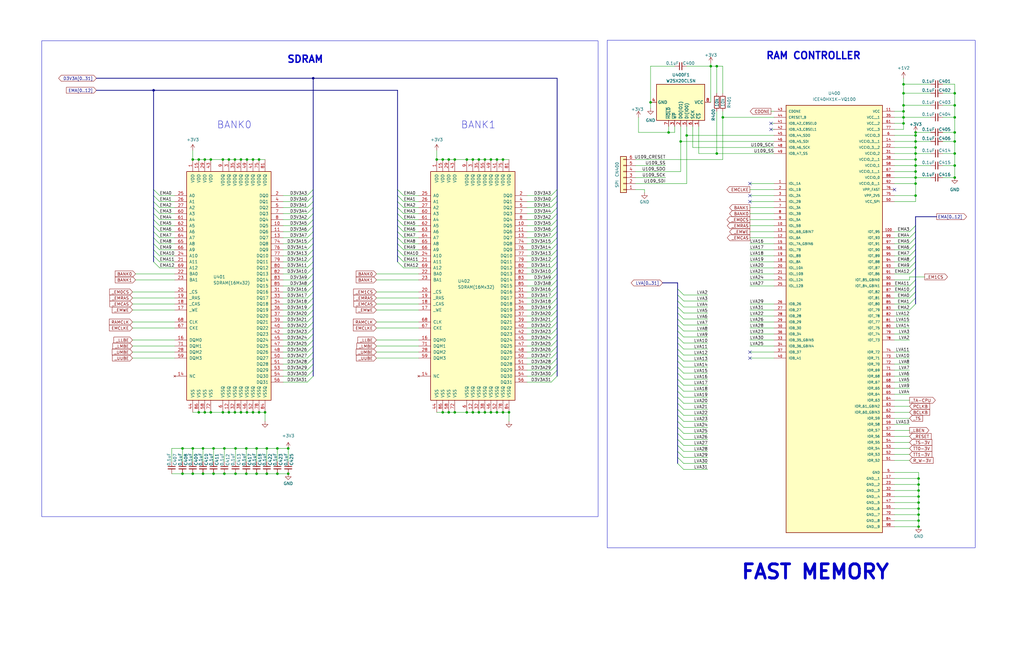
<source format=kicad_sch>
(kicad_sch (version 20231120) (generator "eeschema") (generator_version "8.0")
  (paper "B")
  (title_block (title "AmigaPCI 68040") (date "2024-07-18") (rev "3.0"))
  (junction (at 304.8 49.53))
  (junction (at 386.08 55.88))
  (junction (at 214.63 173.99))
  (junction (at 90.043 199.898))
  (junction (at 386.08 62.23))
  (junction (at 186.69 67.31))
  (junction (at 281.94 55.88))
  (junction (at 199.39 173.99))
  (junction (at 387.35 209.55))
  (junction (at 112.522 189.23))
  (junction (at 212.09 173.99))
  (junction (at 402.59 69.85))
  (junction (at 81.28 189.23))
  (junction (at 402.59 39.37))
  (junction (at 111.76 173.99))
  (junction (at 101.6 173.99))
  (junction (at 274.32 43.18))
  (junction (at 184.15 67.31))
  (junction (at 83.82 173.99))
  (junction (at 386.08 67.31))
  (junction (at 204.47 67.31))
  (junction (at 88.9 67.31))
  (junction (at 201.93 173.99))
  (junction (at 96.52 173.99))
  (junction (at 381 35.56))
  (junction (at 207.01 67.31))
  (junction (at 93.98 173.99))
  (junction (at 209.55 173.99))
  (junction (at 81.28 199.898))
  (junction (at 108.204 189.23))
  (junction (at 386.08 64.77))
  (junction (at 189.23 67.31))
  (junction (at 299.72 27.94))
  (junction (at 381 52.07))
  (junction (at 116.967 199.898))
  (junction (at 207.01 173.99))
  (junction (at 64.77 38.1))
  (junction (at 88.9 173.99))
  (junction (at 302.26 64.77))
  (junction (at 94.615 189.23))
  (junction (at 85.598 189.23))
  (junction (at 94.615 199.898))
  (junction (at 201.93 67.31))
  (junction (at 108.204 199.898))
  (junction (at 93.98 67.31))
  (junction (at 387.35 219.71))
  (junction (at 196.85 173.99))
  (junction (at 386.08 59.69))
  (junction (at 189.23 173.99))
  (junction (at 402.59 64.77))
  (junction (at 106.68 173.99))
  (junction (at 402.59 49.53))
  (junction (at 204.47 173.99))
  (junction (at 76.962 199.898))
  (junction (at 289.56 57.15))
  (junction (at 90.043 189.23))
  (junction (at 99.314 189.23))
  (junction (at 121.539 199.898))
  (junction (at 302.26 27.94))
  (junction (at 387.35 207.01))
  (junction (at 199.39 67.31))
  (junction (at 386.08 82.55))
  (junction (at 381 39.37))
  (junction (at 386.08 69.85))
  (junction (at 121.539 189.23))
  (junction (at 191.77 173.99))
  (junction (at 109.22 67.31))
  (junction (at 76.962 189.23))
  (junction (at 104.14 67.31))
  (junction (at 112.522 199.898))
  (junction (at 386.08 72.39))
  (junction (at 103.886 189.23))
  (junction (at 101.6 67.31))
  (junction (at 402.59 44.45))
  (junction (at 116.967 189.23))
  (junction (at 96.52 67.31))
  (junction (at 209.55 67.31))
  (junction (at 85.598 199.898))
  (junction (at 81.28 67.31))
  (junction (at 103.886 199.898))
  (junction (at 402.59 55.88))
  (junction (at 132.08 33.02))
  (junction (at 86.36 67.31))
  (junction (at 387.35 204.47))
  (junction (at 212.09 67.31))
  (junction (at 196.85 67.31))
  (junction (at 86.36 173.99))
  (junction (at 387.35 201.93))
  (junction (at 99.06 173.99))
  (junction (at 381 46.99))
  (junction (at 83.82 67.31))
  (junction (at 386.08 57.15))
  (junction (at 99.314 199.898))
  (junction (at 387.35 212.09))
  (junction (at 387.35 222.25))
  (junction (at 104.14 173.99))
  (junction (at 387.35 214.63))
  (junction (at 402.59 74.93))
  (junction (at 386.08 77.47))
  (junction (at 381 44.45))
  (junction (at 109.22 173.99))
  (junction (at 386.08 74.93))
  (junction (at 387.35 217.17))
  (junction (at 191.77 67.31))
  (junction (at 186.69 173.99))
  (junction (at 402.59 59.69))
  (junction (at 381 49.53))
  (junction (at 106.68 67.31))
  (junction (at 287.02 59.69))
  (junction (at 99.06 67.31))
  (no_connect (at 316.23 82.55))
  (no_connect (at 377.19 80.01))
  (no_connect (at 325.12 52.07))
  (no_connect (at 325.12 54.61))
  (no_connect (at 316.23 77.47))
  (no_connect (at 316.23 151.13))
  (no_connect (at 316.23 85.09))
  (no_connect (at 316.23 148.59))
  (bus_entry (at 129.54 140.97) (size 2.54 -2.54))
  (bus_entry (at 129.54 130.81) (size 2.54 -2.54))
  (bus_entry (at 129.54 97.79) (size 2.54 -2.54))
  (bus_entry (at 288.29 162.56) (size -2.54 -2.54))
  (bus_entry (at 170.18 107.95) (size -2.54 -2.54))
  (bus_entry (at 288.29 132.08) (size -2.54 -2.54))
  (bus_entry (at 288.29 165.1) (size -2.54 -2.54))
  (bus_entry (at 383.54 120.65) (size 2.54 -2.54))
  (bus_entry (at 67.31 102.87) (size -2.54 -2.54))
  (bus_entry (at 383.54 113.03) (size 2.54 -2.54))
  (bus_entry (at 288.29 182.88) (size -2.54 -2.54))
  (bus_entry (at 67.31 97.79) (size -2.54 -2.54))
  (bus_entry (at 232.41 133.35) (size 2.54 -2.54))
  (bus_entry (at 170.18 102.87) (size -2.54 -2.54))
  (bus_entry (at 288.29 127) (size -2.54 -2.54))
  (bus_entry (at 288.29 198.12) (size -2.54 -2.54))
  (bus_entry (at 129.54 100.33) (size 2.54 -2.54))
  (bus_entry (at 67.31 100.33) (size -2.54 -2.54))
  (bus_entry (at 129.54 146.05) (size 2.54 -2.54))
  (bus_entry (at 288.29 185.42) (size -2.54 -2.54))
  (bus_entry (at 170.18 85.09) (size -2.54 -2.54))
  (bus_entry (at 288.29 167.64) (size -2.54 -2.54))
  (bus_entry (at 288.29 172.72) (size -2.54 -2.54))
  (bus_entry (at 67.31 85.09) (size -2.54 -2.54))
  (bus_entry (at 232.41 100.33) (size 2.54 -2.54))
  (bus_entry (at 383.54 105.41) (size 2.54 -2.54))
  (bus_entry (at 129.54 110.49) (size 2.54 -2.54))
  (bus_entry (at 383.54 110.49) (size 2.54 -2.54))
  (bus_entry (at 288.29 137.16) (size -2.54 -2.54))
  (bus_entry (at 129.54 115.57) (size 2.54 -2.54))
  (bus_entry (at 288.29 152.4) (size -2.54 -2.54))
  (bus_entry (at 67.31 92.71) (size -2.54 -2.54))
  (bus_entry (at 232.41 140.97) (size 2.54 -2.54))
  (bus_entry (at 129.54 161.29) (size 2.54 -2.54))
  (bus_entry (at 129.54 156.21) (size 2.54 -2.54))
  (bus_entry (at 170.18 82.55) (size -2.54 -2.54))
  (bus_entry (at 129.54 148.59) (size 2.54 -2.54))
  (bus_entry (at 129.54 87.63) (size 2.54 -2.54))
  (bus_entry (at 383.54 130.81) (size 2.54 -2.54))
  (bus_entry (at 129.54 92.71) (size 2.54 -2.54))
  (bus_entry (at 383.54 107.95) (size 2.54 -2.54))
  (bus_entry (at 170.18 97.79) (size -2.54 -2.54))
  (bus_entry (at 232.41 118.11) (size 2.54 -2.54))
  (bus_entry (at 67.31 113.03) (size -2.54 -2.54))
  (bus_entry (at 129.54 125.73) (size 2.54 -2.54))
  (bus_entry (at 383.54 100.33) (size 2.54 -2.54))
  (bus_entry (at 232.41 146.05) (size 2.54 -2.54))
  (bus_entry (at 288.29 187.96) (size -2.54 -2.54))
  (bus_entry (at 129.54 82.55) (size 2.54 -2.54))
  (bus_entry (at 170.18 113.03) (size -2.54 -2.54))
  (bus_entry (at 67.31 105.41) (size -2.54 -2.54))
  (bus_entry (at 288.29 180.34) (size -2.54 -2.54))
  (bus_entry (at 232.41 156.21) (size 2.54 -2.54))
  (bus_entry (at 288.29 129.54) (size -2.54 -2.54))
  (bus_entry (at 232.41 107.95) (size 2.54 -2.54))
  (bus_entry (at 129.54 158.75) (size 2.54 -2.54))
  (bus_entry (at 383.54 125.73) (size 2.54 -2.54))
  (bus_entry (at 67.31 110.49) (size -2.54 -2.54))
  (bus_entry (at 232.41 128.27) (size 2.54 -2.54))
  (bus_entry (at 170.18 90.17) (size -2.54 -2.54))
  (bus_entry (at 129.54 133.35) (size 2.54 -2.54))
  (bus_entry (at 129.54 123.19) (size 2.54 -2.54))
  (bus_entry (at 288.29 170.18) (size -2.54 -2.54))
  (bus_entry (at 383.54 102.87) (size 2.54 -2.54))
  (bus_entry (at 232.41 153.67) (size 2.54 -2.54))
  (bus_entry (at 129.54 153.67) (size 2.54 -2.54))
  (bus_entry (at 288.29 139.7) (size -2.54 -2.54))
  (bus_entry (at 232.41 113.03) (size 2.54 -2.54))
  (bus_entry (at 129.54 143.51) (size 2.54 -2.54))
  (bus_entry (at 232.41 97.79) (size 2.54 -2.54))
  (bus_entry (at 232.41 90.17) (size 2.54 -2.54))
  (bus_entry (at 232.41 95.25) (size 2.54 -2.54))
  (bus_entry (at 129.54 90.17) (size 2.54 -2.54))
  (bus_entry (at 232.41 138.43) (size 2.54 -2.54))
  (bus_entry (at 232.41 130.81) (size 2.54 -2.54))
  (bus_entry (at 232.41 158.75) (size 2.54 -2.54))
  (bus_entry (at 232.41 102.87) (size 2.54 -2.54))
  (bus_entry (at 232.41 151.13) (size 2.54 -2.54))
  (bus_entry (at 170.18 105.41) (size -2.54 -2.54))
  (bus_entry (at 232.41 125.73) (size 2.54 -2.54))
  (bus_entry (at 170.18 95.25) (size -2.54 -2.54))
  (bus_entry (at 129.54 120.65) (size 2.54 -2.54))
  (bus_entry (at 232.41 105.41) (size 2.54 -2.54))
  (bus_entry (at 232.41 115.57) (size 2.54 -2.54))
  (bus_entry (at 129.54 95.25) (size 2.54 -2.54))
  (bus_entry (at 232.41 143.51) (size 2.54 -2.54))
  (bus_entry (at 129.54 113.03) (size 2.54 -2.54))
  (bus_entry (at 67.31 107.95) (size -2.54 -2.54))
  (bus_entry (at 67.31 87.63) (size -2.54 -2.54))
  (bus_entry (at 170.18 87.63) (size -2.54 -2.54))
  (bus_entry (at 288.29 134.62) (size -2.54 -2.54))
  (bus_entry (at 129.54 118.11) (size 2.54 -2.54))
  (bus_entry (at 288.29 149.86) (size -2.54 -2.54))
  (bus_entry (at 67.31 90.17) (size -2.54 -2.54))
  (bus_entry (at 288.29 175.26) (size -2.54 -2.54))
  (bus_entry (at 129.54 102.87) (size 2.54 -2.54))
  (bus_entry (at 288.29 177.8) (size -2.54 -2.54))
  (bus_entry (at 232.41 161.29) (size 2.54 -2.54))
  (bus_entry (at 129.54 107.95) (size 2.54 -2.54))
  (bus_entry (at 383.54 128.27) (size 2.54 -2.54))
  (bus_entry (at 232.41 120.65) (size 2.54 -2.54))
  (bus_entry (at 170.18 100.33) (size -2.54 -2.54))
  (bus_entry (at 288.29 124.46) (size -2.54 -2.54))
  (bus_entry (at 288.29 190.5) (size -2.54 -2.54))
  (bus_entry (at 288.29 195.58) (size -2.54 -2.54))
  (bus_entry (at 232.41 85.09) (size 2.54 -2.54))
  (bus_entry (at 288.29 157.48) (size -2.54 -2.54))
  (bus_entry (at 232.41 110.49) (size 2.54 -2.54))
  (bus_entry (at 67.31 95.25) (size -2.54 -2.54))
  (bus_entry (at 129.54 105.41) (size 2.54 -2.54))
  (bus_entry (at 383.54 123.19) (size 2.54 -2.54))
  (bus_entry (at 129.54 85.09) (size 2.54 -2.54))
  (bus_entry (at 170.18 110.49) (size -2.54 -2.54))
  (bus_entry (at 232.41 135.89) (size 2.54 -2.54))
  (bus_entry (at 129.54 128.27) (size 2.54 -2.54))
  (bus_entry (at 288.29 142.24) (size -2.54 -2.54))
  (bus_entry (at 170.18 92.71) (size -2.54 -2.54))
  (bus_entry (at 232.41 148.59) (size 2.54 -2.54))
  (bus_entry (at 383.54 97.79) (size 2.54 -2.54))
  (bus_entry (at 129.54 138.43) (size 2.54 -2.54))
  (bus_entry (at 288.29 193.04) (size -2.54 -2.54))
  (bus_entry (at 288.29 160.02) (size -2.54 -2.54))
  (bus_entry (at 129.54 151.13) (size 2.54 -2.54))
  (bus_entry (at 232.41 123.19) (size 2.54 -2.54))
  (bus_entry (at 232.41 82.55) (size 2.54 -2.54))
  (bus_entry (at 288.29 144.78) (size -2.54 -2.54))
  (bus_entry (at 383.54 115.57) (size 2.54 -2.54))
  (bus_entry (at 232.41 87.63) (size 2.54 -2.54))
  (bus_entry (at 288.29 154.94) (size -2.54 -2.54))
  (bus_entry (at 288.29 147.32) (size -2.54 -2.54))
  (bus_entry (at 129.54 135.89) (size 2.54 -2.54))
  (bus_entry (at 232.41 92.71) (size 2.54 -2.54))
  (bus_entry (at 67.31 82.55) (size -2.54 -2.54))
  (wire (pts (xy 397.51 39.37) (xy 402.59 39.37)))
  (wire (pts (xy 267.97 67.31) (xy 304.8 67.31)))
  (wire (pts (xy 90.043 189.23) (xy 90.043 194.818)))
  (wire (pts (xy 381 39.37) (xy 392.43 39.37)))
  (wire (pts (xy 222.25 161.29) (xy 232.41 161.29)))
  (wire (pts (xy 121.539 189.23) (xy 121.539 194.818)))
  (wire (pts (xy 103.886 199.898) (xy 99.314 199.898)))
  (wire (pts (xy 302.26 27.94) (xy 304.8 27.94)))
  (bus (pts (xy 285.75 124.46) (xy 285.75 127)))
  (wire (pts (xy 383.54 118.11) (xy 383.54 116.84)))
  (wire (pts (xy 299.72 43.18) (xy 299.72 27.94)))
  (wire (pts (xy 55.88 128.27) (xy 73.66 128.27)))
  (bus (pts (xy 167.64 102.87) (xy 167.64 105.41)))
  (wire (pts (xy 381 49.53) (xy 381 52.07)))
  (wire (pts (xy 99.314 189.23) (xy 103.886 189.23)))
  (wire (pts (xy 86.36 173.99) (xy 88.9 173.99)))
  (wire (pts (xy 316.23 130.81) (xy 326.39 130.81)))
  (wire (pts (xy 383.54 181.61) (xy 377.19 181.61)))
  (wire (pts (xy 116.967 189.23) (xy 116.967 194.818)))
  (bus (pts (xy 285.75 134.62) (xy 285.75 137.16)))
  (wire (pts (xy 119.38 87.63) (xy 129.54 87.63)))
  (wire (pts (xy 85.598 199.898) (xy 90.043 199.898)))
  (wire (pts (xy 397.51 69.85) (xy 402.59 69.85)))
  (wire (pts (xy 316.23 148.59) (xy 326.39 148.59)))
  (bus (pts (xy 234.95 130.81) (xy 234.95 133.35)))
  (wire (pts (xy 377.19 62.23) (xy 386.08 62.23)))
  (wire (pts (xy 377.19 115.57) (xy 383.54 115.57)))
  (bus (pts (xy 285.75 147.32) (xy 285.75 149.86)))
  (wire (pts (xy 386.08 69.85) (xy 386.08 72.39)))
  (bus (pts (xy 285.75 172.72) (xy 285.75 175.26)))
  (wire (pts (xy 325.12 52.07) (xy 326.39 52.07)))
  (wire (pts (xy 158.75 146.05) (xy 176.53 146.05)))
  (wire (pts (xy 383.54 153.67) (xy 377.19 153.67)))
  (bus (pts (xy 64.77 92.71) (xy 64.77 95.25)))
  (wire (pts (xy 72.39 194.818) (xy 72.39 189.23)))
  (bus (pts (xy 64.77 85.09) (xy 64.77 87.63)))
  (bus (pts (xy 132.08 153.67) (xy 132.08 156.21)))
  (wire (pts (xy 383.54 176.53) (xy 377.19 176.53)))
  (wire (pts (xy 316.23 146.05) (xy 326.39 146.05)))
  (wire (pts (xy 387.35 209.55) (xy 387.35 212.09)))
  (bus (pts (xy 64.77 90.17) (xy 64.77 92.71)))
  (wire (pts (xy 397.51 74.93) (xy 402.59 74.93)))
  (bus (pts (xy 234.95 115.57) (xy 234.95 118.11)))
  (wire (pts (xy 55.88 143.51) (xy 73.66 143.51)))
  (bus (pts (xy 234.95 113.03) (xy 234.95 115.57)))
  (wire (pts (xy 298.45 172.72) (xy 288.29 172.72)))
  (wire (pts (xy 383.54 151.13) (xy 377.19 151.13)))
  (wire (pts (xy 119.38 105.41) (xy 129.54 105.41)))
  (bus (pts (xy 132.08 92.71) (xy 132.08 95.25)))
  (bus (pts (xy 132.08 82.55) (xy 132.08 85.09)))
  (bus (pts (xy 167.64 107.95) (xy 167.64 110.49)))
  (wire (pts (xy 73.66 82.55) (xy 67.31 82.55)))
  (bus (pts (xy 132.08 102.87) (xy 132.08 105.41)))
  (wire (pts (xy 222.25 100.33) (xy 232.41 100.33)))
  (wire (pts (xy 81.28 67.31) (xy 81.28 63.5)))
  (wire (pts (xy 397.51 64.77) (xy 402.59 64.77)))
  (wire (pts (xy 386.08 74.93) (xy 386.08 77.47)))
  (wire (pts (xy 316.23 77.47) (xy 326.39 77.47)))
  (wire (pts (xy 73.66 90.17) (xy 67.31 90.17)))
  (wire (pts (xy 383.54 135.89) (xy 377.19 135.89)))
  (wire (pts (xy 316.23 85.09) (xy 326.39 85.09)))
  (bus (pts (xy 132.08 115.57) (xy 132.08 118.11)))
  (wire (pts (xy 85.598 189.23) (xy 90.043 189.23)))
  (wire (pts (xy 222.25 153.67) (xy 232.41 153.67)))
  (wire (pts (xy 292.1 62.23) (xy 326.39 62.23)))
  (wire (pts (xy 212.09 67.31) (xy 214.63 67.31)))
  (wire (pts (xy 386.08 74.93) (xy 392.43 74.93)))
  (wire (pts (xy 397.51 49.53) (xy 402.59 49.53)))
  (wire (pts (xy 103.886 189.23) (xy 108.204 189.23)))
  (wire (pts (xy 119.38 128.27) (xy 129.54 128.27)))
  (bus (pts (xy 234.95 120.65) (xy 234.95 123.19)))
  (wire (pts (xy 381 49.53) (xy 392.43 49.53)))
  (bus (pts (xy 234.95 110.49) (xy 234.95 113.03)))
  (wire (pts (xy 402.59 44.45) (xy 402.59 39.37)))
  (bus (pts (xy 132.08 133.35) (xy 132.08 135.89)))
  (wire (pts (xy 383.54 161.29) (xy 377.19 161.29)))
  (wire (pts (xy 381 35.56) (xy 381 39.37)))
  (wire (pts (xy 377.19 100.33) (xy 383.54 100.33)))
  (wire (pts (xy 383.54 148.59) (xy 377.19 148.59)))
  (bus (pts (xy 234.95 146.05) (xy 234.95 148.59)))
  (wire (pts (xy 377.19 59.69) (xy 386.08 59.69)))
  (wire (pts (xy 73.66 110.49) (xy 67.31 110.49)))
  (wire (pts (xy 298.45 152.4) (xy 288.29 152.4)))
  (wire (pts (xy 377.19 52.07) (xy 381 52.07)))
  (wire (pts (xy 73.66 92.71) (xy 67.31 92.71)))
  (wire (pts (xy 402.59 55.88) (xy 402.59 49.53)))
  (wire (pts (xy 287.02 72.39) (xy 267.97 72.39)))
  (wire (pts (xy 325.12 46.99) (xy 326.39 46.99)))
  (wire (pts (xy 397.51 59.69) (xy 402.59 59.69)))
  (wire (pts (xy 269.24 49.53) (xy 269.24 55.88)))
  (wire (pts (xy 383.54 168.91) (xy 377.19 168.91)))
  (wire (pts (xy 274.32 43.18) (xy 274.32 27.94)))
  (wire (pts (xy 222.25 120.65) (xy 232.41 120.65)))
  (bus (pts (xy 386.08 110.49) (xy 386.08 113.03)))
  (wire (pts (xy 298.45 142.24) (xy 288.29 142.24)))
  (bus (pts (xy 132.08 107.95) (xy 132.08 110.49)))
  (wire (pts (xy 119.38 123.19) (xy 129.54 123.19)))
  (wire (pts (xy 269.24 55.88) (xy 281.94 55.88)))
  (wire (pts (xy 377.19 113.03) (xy 383.54 113.03)))
  (bus (pts (xy 234.95 95.25) (xy 234.95 97.79)))
  (wire (pts (xy 299.72 27.94) (xy 299.72 26.67)))
  (wire (pts (xy 402.59 64.77) (xy 402.59 69.85)))
  (wire (pts (xy 377.19 219.71) (xy 387.35 219.71)))
  (wire (pts (xy 316.23 151.13) (xy 326.39 151.13)))
  (wire (pts (xy 377.19 222.25) (xy 387.35 222.25)))
  (bus (pts (xy 285.75 190.5) (xy 285.75 193.04)))
  (wire (pts (xy 55.88 135.89) (xy 73.66 135.89)))
  (bus (pts (xy 285.75 129.54) (xy 285.75 132.08)))
  (wire (pts (xy 158.75 148.59) (xy 176.53 148.59)))
  (wire (pts (xy 96.52 173.99) (xy 99.06 173.99)))
  (wire (pts (xy 73.66 115.57) (xy 57.15 115.57)))
  (wire (pts (xy 99.06 67.31) (xy 101.6 67.31)))
  (wire (pts (xy 76.962 189.23) (xy 81.28 189.23)))
  (wire (pts (xy 72.39 189.23) (xy 76.962 189.23)))
  (wire (pts (xy 109.22 173.99) (xy 111.76 173.99)))
  (wire (pts (xy 298.45 170.18) (xy 288.29 170.18)))
  (bus (pts (xy 132.08 140.97) (xy 132.08 143.51)))
  (wire (pts (xy 55.88 138.43) (xy 73.66 138.43)))
  (bus (pts (xy 234.95 97.79) (xy 234.95 100.33)))
  (wire (pts (xy 222.25 110.49) (xy 232.41 110.49)))
  (wire (pts (xy 316.23 128.27) (xy 326.39 128.27)))
  (wire (pts (xy 304.8 67.31) (xy 304.8 49.53)))
  (bus (pts (xy 285.75 139.7) (xy 285.75 142.24)))
  (wire (pts (xy 316.23 107.95) (xy 326.39 107.95)))
  (wire (pts (xy 302.26 27.94) (xy 299.72 27.94)))
  (bus (pts (xy 132.08 143.51) (xy 132.08 146.05)))
  (wire (pts (xy 109.22 67.31) (xy 111.76 67.31)))
  (wire (pts (xy 298.45 190.5) (xy 288.29 190.5)))
  (wire (pts (xy 191.77 173.99) (xy 196.85 173.99)))
  (wire (pts (xy 119.38 135.89) (xy 129.54 135.89)))
  (wire (pts (xy 104.14 173.99) (xy 106.68 173.99)))
  (wire (pts (xy 222.25 113.03) (xy 232.41 113.03)))
  (wire (pts (xy 104.14 67.31) (xy 106.68 67.31)))
  (wire (pts (xy 176.53 90.17) (xy 170.18 90.17)))
  (wire (pts (xy 381 35.56) (xy 392.43 35.56)))
  (wire (pts (xy 302.26 64.77) (xy 326.39 64.77)))
  (wire (pts (xy 184.15 173.99) (xy 186.69 173.99)))
  (wire (pts (xy 81.28 189.23) (xy 81.28 194.818)))
  (bus (pts (xy 234.95 80.01) (xy 234.95 82.55)))
  (wire (pts (xy 383.54 156.21) (xy 377.19 156.21)))
  (wire (pts (xy 189.23 67.31) (xy 191.77 67.31)))
  (bus (pts (xy 234.95 151.13) (xy 234.95 153.67)))
  (wire (pts (xy 326.39 59.69) (xy 287.02 59.69)))
  (wire (pts (xy 280.67 69.85) (xy 267.97 69.85)))
  (bus (pts (xy 285.75 160.02) (xy 285.75 162.56)))
  (wire (pts (xy 289.56 77.47) (xy 267.97 77.47)))
  (wire (pts (xy 83.82 173.99) (xy 86.36 173.99)))
  (wire (pts (xy 186.69 67.31) (xy 189.23 67.31)))
  (wire (pts (xy 55.88 151.13) (xy 73.66 151.13)))
  (bus (pts (xy 64.77 105.41) (xy 64.77 107.95)))
  (wire (pts (xy 207.01 67.31) (xy 209.55 67.31)))
  (wire (pts (xy 176.53 102.87) (xy 170.18 102.87)))
  (wire (pts (xy 386.08 62.23) (xy 386.08 64.77)))
  (wire (pts (xy 94.615 189.23) (xy 99.314 189.23)))
  (wire (pts (xy 386.08 64.77) (xy 392.43 64.77)))
  (wire (pts (xy 386.08 55.88) (xy 392.43 55.88)))
  (bus (pts (xy 64.77 38.1) (xy 167.64 38.1)))
  (wire (pts (xy 209.55 67.31) (xy 212.09 67.31)))
  (wire (pts (xy 316.23 95.25) (xy 326.39 95.25)))
  (wire (pts (xy 377.19 49.53) (xy 381 49.53)))
  (wire (pts (xy 325.12 54.61) (xy 326.39 54.61)))
  (wire (pts (xy 304.8 39.37) (xy 304.8 27.94)))
  (wire (pts (xy 119.38 130.81) (xy 129.54 130.81)))
  (wire (pts (xy 116.967 189.23) (xy 121.539 189.23)))
  (wire (pts (xy 81.28 199.898) (xy 85.598 199.898)))
  (wire (pts (xy 93.98 173.99) (xy 96.52 173.99)))
  (wire (pts (xy 222.25 133.35) (xy 232.41 133.35)))
  (wire (pts (xy 280.67 74.93) (xy 267.97 74.93)))
  (wire (pts (xy 298.45 129.54) (xy 288.29 129.54)))
  (bus (pts (xy 234.95 85.09) (xy 234.95 87.63)))
  (bus (pts (xy 132.08 148.59) (xy 132.08 151.13)))
  (wire (pts (xy 386.08 59.69) (xy 386.08 62.23)))
  (wire (pts (xy 176.53 97.79) (xy 170.18 97.79)))
  (wire (pts (xy 386.08 69.85) (xy 392.43 69.85)))
  (wire (pts (xy 119.38 95.25) (xy 129.54 95.25)))
  (wire (pts (xy 55.88 130.81) (xy 73.66 130.81)))
  (wire (pts (xy 383.54 158.75) (xy 377.19 158.75)))
  (wire (pts (xy 377.19 107.95) (xy 383.54 107.95)))
  (wire (pts (xy 386.08 67.31) (xy 386.08 69.85)))
  (bus (pts (xy 285.75 127) (xy 285.75 129.54)))
  (wire (pts (xy 176.53 105.41) (xy 170.18 105.41)))
  (wire (pts (xy 381 39.37) (xy 381 44.45)))
  (wire (pts (xy 119.38 107.95) (xy 129.54 107.95)))
  (wire (pts (xy 298.45 193.04) (xy 288.29 193.04)))
  (wire (pts (xy 284.48 53.34) (xy 284.48 55.88)))
  (bus (pts (xy 285.75 137.16) (xy 285.75 139.7)))
  (bus (pts (xy 386.08 107.95) (xy 386.08 110.49)))
  (bus (pts (xy 234.95 82.55) (xy 234.95 85.09)))
  (bus (pts (xy 64.77 87.63) (xy 64.77 90.17)))
  (bus (pts (xy 285.75 154.94) (xy 285.75 157.48)))
  (wire (pts (xy 289.56 53.34) (xy 289.56 57.15)))
  (wire (pts (xy 88.9 67.31) (xy 93.98 67.31)))
  (wire (pts (xy 383.54 194.31) (xy 377.19 194.31)))
  (wire (pts (xy 119.38 115.57) (xy 129.54 115.57)))
  (wire (pts (xy 222.25 82.55) (xy 232.41 82.55)))
  (wire (pts (xy 222.25 105.41) (xy 232.41 105.41)))
  (wire (pts (xy 289.56 57.15) (xy 326.39 57.15)))
  (wire (pts (xy 383.54 179.07) (xy 377.19 179.07)))
  (bus (pts (xy 386.08 123.19) (xy 386.08 125.73)))
  (wire (pts (xy 81.28 189.23) (xy 85.598 189.23)))
  (bus (pts (xy 285.75 187.96) (xy 285.75 190.5)))
  (wire (pts (xy 119.38 138.43) (xy 129.54 138.43)))
  (bus (pts (xy 132.08 151.13) (xy 132.08 153.67)))
  (bus (pts (xy 132.08 125.73) (xy 132.08 128.27)))
  (wire (pts (xy 55.88 123.19) (xy 73.66 123.19)))
  (wire (pts (xy 119.38 118.11) (xy 129.54 118.11)))
  (bus (pts (xy 132.08 146.05) (xy 132.08 148.59)))
  (wire (pts (xy 316.23 113.03) (xy 326.39 113.03)))
  (wire (pts (xy 383.54 171.45) (xy 377.19 171.45)))
  (bus (pts (xy 234.95 90.17) (xy 234.95 92.71)))
  (wire (pts (xy 383.54 116.84) (xy 389.89 116.84)))
  (wire (pts (xy 377.19 97.79) (xy 383.54 97.79)))
  (wire (pts (xy 377.19 110.49) (xy 383.54 110.49)))
  (bus (pts (xy 386.08 113.03) (xy 386.08 118.11)))
  (wire (pts (xy 222.25 95.25) (xy 232.41 95.25)))
  (bus (pts (xy 234.95 87.63) (xy 234.95 90.17)))
  (wire (pts (xy 316.23 102.87) (xy 326.39 102.87)))
  (wire (pts (xy 299.72 27.94) (xy 289.56 27.94)))
  (bus (pts (xy 285.75 144.78) (xy 285.75 147.32)))
  (wire (pts (xy 119.38 140.97) (xy 129.54 140.97)))
  (wire (pts (xy 222.25 102.87) (xy 232.41 102.87)))
  (wire (pts (xy 101.6 173.99) (xy 104.14 173.99)))
  (wire (pts (xy 106.68 67.31) (xy 109.22 67.31)))
  (wire (pts (xy 111.76 173.99) (xy 111.76 177.8)))
  (bus (pts (xy 132.08 120.65) (xy 132.08 123.19)))
  (wire (pts (xy 381 52.07) (xy 381 54.61)))
  (bus (pts (xy 386.08 95.25) (xy 386.08 97.79)))
  (bus (pts (xy 167.64 87.63) (xy 167.64 90.17)))
  (wire (pts (xy 316.23 140.97) (xy 326.39 140.97)))
  (wire (pts (xy 383.54 191.77) (xy 377.19 191.77)))
  (bus (pts (xy 132.08 80.01) (xy 132.08 82.55)))
  (wire (pts (xy 298.45 139.7) (xy 288.29 139.7)))
  (wire (pts (xy 316.23 143.51) (xy 326.39 143.51)))
  (wire (pts (xy 316.23 120.65) (xy 326.39 120.65)))
  (bus (pts (xy 285.75 119.38) (xy 279.4 119.38)))
  (wire (pts (xy 176.53 107.95) (xy 170.18 107.95)))
  (wire (pts (xy 73.66 102.87) (xy 67.31 102.87)))
  (wire (pts (xy 386.08 59.69) (xy 392.43 59.69)))
  (bus (pts (xy 285.75 132.08) (xy 285.75 134.62)))
  (wire (pts (xy 287.02 59.69) (xy 287.02 72.39)))
  (wire (pts (xy 222.25 140.97) (xy 232.41 140.97)))
  (wire (pts (xy 73.66 100.33) (xy 67.31 100.33)))
  (wire (pts (xy 294.64 64.77) (xy 294.64 53.34)))
  (bus (pts (xy 285.75 185.42) (xy 285.75 187.96)))
  (bus (pts (xy 386.08 102.87) (xy 386.08 105.41)))
  (wire (pts (xy 158.75 135.89) (xy 176.53 135.89)))
  (wire (pts (xy 204.47 67.31) (xy 207.01 67.31)))
  (wire (pts (xy 108.204 189.23) (xy 108.204 194.818)))
  (wire (pts (xy 222.25 130.81) (xy 232.41 130.81)))
  (wire (pts (xy 101.6 67.31) (xy 104.14 67.31)))
  (bus (pts (xy 40.64 33.02) (xy 132.08 33.02)))
  (wire (pts (xy 387.35 212.09) (xy 387.35 214.63)))
  (bus (pts (xy 234.95 128.27) (xy 234.95 130.81)))
  (wire (pts (xy 316.23 133.35) (xy 326.39 133.35)))
  (wire (pts (xy 119.38 102.87) (xy 129.54 102.87)))
  (wire (pts (xy 402.59 59.69) (xy 402.59 64.77)))
  (wire (pts (xy 222.25 123.19) (xy 232.41 123.19)))
  (bus (pts (xy 64.77 102.87) (xy 64.77 105.41)))
  (wire (pts (xy 281.94 55.88) (xy 284.48 55.88)))
  (wire (pts (xy 298.45 147.32) (xy 288.29 147.32)))
  (wire (pts (xy 85.598 189.23) (xy 85.598 194.818)))
  (wire (pts (xy 176.53 118.11) (xy 158.75 118.11)))
  (wire (pts (xy 176.53 85.09) (xy 170.18 85.09)))
  (wire (pts (xy 387.35 207.01) (xy 387.35 209.55)))
  (wire (pts (xy 316.23 110.49) (xy 326.39 110.49)))
  (bus (pts (xy 234.95 33.02) (xy 234.95 80.01)))
  (bus (pts (xy 234.95 153.67) (xy 234.95 156.21)))
  (bus (pts (xy 285.75 175.26) (xy 285.75 177.8)))
  (wire (pts (xy 73.66 97.79) (xy 67.31 97.79)))
  (wire (pts (xy 90.043 199.898) (xy 94.615 199.898)))
  (bus (pts (xy 132.08 130.81) (xy 132.08 133.35)))
  (wire (pts (xy 377.19 67.31) (xy 386.08 67.31)))
  (wire (pts (xy 386.08 55.88) (xy 386.08 57.15)))
  (wire (pts (xy 222.25 128.27) (xy 232.41 128.27)))
  (wire (pts (xy 184.15 67.31) (xy 186.69 67.31)))
  (wire (pts (xy 298.45 175.26) (xy 288.29 175.26)))
  (bus (pts (xy 285.75 193.04) (xy 285.75 195.58)))
  (wire (pts (xy 298.45 182.88) (xy 288.29 182.88)))
  (wire (pts (xy 316.23 92.71) (xy 326.39 92.71)))
  (wire (pts (xy 222.25 85.09) (xy 232.41 85.09)))
  (bus (pts (xy 285.75 182.88) (xy 285.75 185.42)))
  (wire (pts (xy 316.23 82.55) (xy 326.39 82.55)))
  (wire (pts (xy 381 33.02) (xy 381 35.56)))
  (wire (pts (xy 119.38 133.35) (xy 129.54 133.35)))
  (wire (pts (xy 298.45 157.48) (xy 288.29 157.48)))
  (wire (pts (xy 158.75 138.43) (xy 176.53 138.43)))
  (wire (pts (xy 73.66 118.11) (xy 57.15 118.11)))
  (wire (pts (xy 281.94 53.34) (xy 281.94 55.88)))
  (wire (pts (xy 377.19 77.47) (xy 386.08 77.47)))
  (wire (pts (xy 76.962 199.898) (xy 81.28 199.898)))
  (wire (pts (xy 176.53 115.57) (xy 158.75 115.57)))
  (bus (pts (xy 167.64 105.41) (xy 167.64 107.95)))
  (wire (pts (xy 199.39 173.99) (xy 201.93 173.99)))
  (wire (pts (xy 73.66 85.09) (xy 67.31 85.09)))
  (wire (pts (xy 112.522 189.23) (xy 116.967 189.23)))
  (wire (pts (xy 298.45 180.34) (xy 288.29 180.34)))
  (wire (pts (xy 76.962 189.23) (xy 76.962 194.818)))
  (wire (pts (xy 119.38 82.55) (xy 129.54 82.55)))
  (wire (pts (xy 119.38 100.33) (xy 129.54 100.33)))
  (wire (pts (xy 222.25 87.63) (xy 232.41 87.63)))
  (wire (pts (xy 158.75 143.51) (xy 176.53 143.51)))
  (wire (pts (xy 222.25 151.13) (xy 232.41 151.13)))
  (bus (pts (xy 285.75 162.56) (xy 285.75 165.1)))
  (wire (pts (xy 383.54 143.51) (xy 377.19 143.51)))
  (wire (pts (xy 108.204 189.23) (xy 112.522 189.23)))
  (wire (pts (xy 222.25 143.51) (xy 232.41 143.51)))
  (wire (pts (xy 402.59 35.56) (xy 397.51 35.56)))
  (bus (pts (xy 234.95 148.59) (xy 234.95 151.13)))
  (bus (pts (xy 132.08 118.11) (xy 132.08 120.65)))
  (wire (pts (xy 383.54 184.15) (xy 377.19 184.15)))
  (wire (pts (xy 377.19 201.93) (xy 387.35 201.93)))
  (wire (pts (xy 387.35 217.17) (xy 387.35 219.71)))
  (wire (pts (xy 112.522 189.23) (xy 112.522 194.818)))
  (wire (pts (xy 222.25 148.59) (xy 232.41 148.59)))
  (wire (pts (xy 381 46.99) (xy 381 49.53)))
  (bus (pts (xy 64.77 100.33) (xy 64.77 102.87)))
  (bus (pts (xy 132.08 85.09) (xy 132.08 87.63)))
  (wire (pts (xy 96.52 67.31) (xy 99.06 67.31)))
  (wire (pts (xy 106.68 173.99) (xy 109.22 173.99)))
  (wire (pts (xy 302.26 46.99) (xy 302.26 64.77)))
  (wire (pts (xy 292.1 62.23) (xy 292.1 53.34)))
  (wire (pts (xy 201.93 173.99) (xy 204.47 173.99)))
  (wire (pts (xy 119.38 90.17) (xy 129.54 90.17)))
  (bus (pts (xy 132.08 156.21) (xy 132.08 158.75)))
  (wire (pts (xy 112.522 199.898) (xy 116.967 199.898)))
  (wire (pts (xy 116.967 199.898) (xy 121.539 199.898)))
  (wire (pts (xy 93.98 67.31) (xy 96.52 67.31)))
  (wire (pts (xy 386.08 57.15) (xy 386.08 59.69)))
  (wire (pts (xy 383.54 130.81) (xy 377.19 130.81)))
  (wire (pts (xy 119.38 148.59) (xy 129.54 148.59)))
  (wire (pts (xy 316.23 105.41) (xy 326.39 105.41)))
  (wire (pts (xy 402.59 49.53) (xy 402.59 44.45)))
  (wire (pts (xy 289.56 77.47) (xy 289.56 57.15)))
  (wire (pts (xy 222.25 118.11) (xy 232.41 118.11)))
  (wire (pts (xy 55.88 146.05) (xy 73.66 146.05)))
  (wire (pts (xy 383.54 166.37) (xy 377.19 166.37)))
  (bus (pts (xy 285.75 142.24) (xy 285.75 144.78)))
  (wire (pts (xy 158.75 128.27) (xy 176.53 128.27)))
  (wire (pts (xy 158.75 123.19) (xy 176.53 123.19)))
  (wire (pts (xy 387.35 219.71) (xy 387.35 222.25)))
  (wire (pts (xy 377.19 64.77) (xy 386.08 64.77)))
  (wire (pts (xy 199.39 67.31) (xy 201.93 67.31)))
  (wire (pts (xy 377.19 57.15) (xy 386.08 57.15)))
  (bus (pts (xy 132.08 90.17) (xy 132.08 92.71)))
  (wire (pts (xy 386.08 82.55) (xy 386.08 85.09)))
  (wire (pts (xy 316.23 100.33) (xy 326.39 100.33)))
  (wire (pts (xy 267.97 80.01) (xy 271.78 80.01)))
  (wire (pts (xy 383.54 133.35) (xy 377.19 133.35)))
  (wire (pts (xy 94.615 199.898) (xy 99.314 199.898)))
  (bus (pts (xy 386.08 91.44) (xy 394.97 91.44)))
  (wire (pts (xy 103.886 189.23) (xy 103.886 194.818)))
  (bus (pts (xy 285.75 121.92) (xy 285.75 124.46)))
  (wire (pts (xy 176.53 110.49) (xy 170.18 110.49)))
  (bus (pts (xy 234.95 156.21) (xy 234.95 158.75)))
  (wire (pts (xy 316.23 115.57) (xy 326.39 115.57)))
  (wire (pts (xy 377.19 72.39) (xy 386.08 72.39)))
  (wire (pts (xy 81.28 67.31) (xy 83.82 67.31)))
  (wire (pts (xy 196.85 173.99) (xy 199.39 173.99)))
  (bus (pts (xy 132.08 113.03) (xy 132.08 115.57)))
  (wire (pts (xy 222.25 138.43) (xy 232.41 138.43)))
  (wire (pts (xy 386.08 77.47) (xy 386.08 82.55)))
  (bus (pts (xy 40.64 38.1) (xy 64.77 38.1)))
  (wire (pts (xy 274.32 27.94) (xy 284.48 27.94)))
  (wire (pts (xy 222.25 158.75) (xy 232.41 158.75)))
  (wire (pts (xy 377.19 118.11) (xy 383.54 118.11)))
  (wire (pts (xy 298.45 149.86) (xy 288.29 149.86)))
  (wire (pts (xy 377.19 102.87) (xy 383.54 102.87)))
  (wire (pts (xy 176.53 82.55) (xy 170.18 82.55)))
  (wire (pts (xy 119.38 156.21) (xy 129.54 156.21)))
  (bus (pts (xy 234.95 92.71) (xy 234.95 95.25)))
  (bus (pts (xy 167.64 80.01) (xy 167.64 82.55)))
  (wire (pts (xy 397.51 44.45) (xy 402.59 44.45)))
  (wire (pts (xy 158.75 130.81) (xy 176.53 130.81)))
  (bus (pts (xy 64.77 95.25) (xy 64.77 97.79)))
  (wire (pts (xy 377.19 214.63) (xy 387.35 214.63)))
  (wire (pts (xy 158.75 125.73) (xy 176.53 125.73)))
  (bus (pts (xy 386.08 118.11) (xy 386.08 120.65)))
  (wire (pts (xy 271.78 80.01) (xy 271.78 81.28)))
  (wire (pts (xy 298.45 167.64) (xy 288.29 167.64)))
  (bus (pts (xy 64.77 97.79) (xy 64.77 100.33)))
  (wire (pts (xy 55.88 125.73) (xy 73.66 125.73)))
  (bus (pts (xy 132.08 123.19) (xy 132.08 125.73)))
  (wire (pts (xy 73.66 105.41) (xy 67.31 105.41)))
  (bus (pts (xy 132.08 33.02) (xy 234.95 33.02)))
  (wire (pts (xy 83.82 67.31) (xy 86.36 67.31)))
  (wire (pts (xy 119.38 158.75) (xy 129.54 158.75)))
  (wire (pts (xy 298.45 187.96) (xy 288.29 187.96)))
  (bus (pts (xy 167.64 85.09) (xy 167.64 87.63)))
  (wire (pts (xy 377.19 69.85) (xy 386.08 69.85)))
  (bus (pts (xy 285.75 165.1) (xy 285.75 167.64)))
  (wire (pts (xy 316.23 87.63) (xy 326.39 87.63)))
  (bus (pts (xy 64.77 38.1) (xy 64.77 80.01)))
  (wire (pts (xy 103.886 199.898) (xy 108.204 199.898)))
  (bus (pts (xy 167.64 92.71) (xy 167.64 95.25)))
  (wire (pts (xy 377.19 125.73) (xy 383.54 125.73)))
  (bus (pts (xy 132.08 135.89) (xy 132.08 138.43)))
  (wire (pts (xy 386.08 72.39) (xy 386.08 74.93)))
  (wire (pts (xy 176.53 95.25) (xy 170.18 95.25)))
  (wire (pts (xy 119.38 92.71) (xy 129.54 92.71)))
  (wire (pts (xy 73.66 113.03) (xy 67.31 113.03)))
  (bus (pts (xy 234.95 107.95) (xy 234.95 110.49)))
  (bus (pts (xy 234.95 100.33) (xy 234.95 102.87)))
  (wire (pts (xy 88.9 173.99) (xy 93.98 173.99)))
  (wire (pts (xy 222.25 156.21) (xy 232.41 156.21)))
  (wire (pts (xy 214.63 173.99) (xy 214.63 177.8)))
  (wire (pts (xy 377.19 212.09) (xy 387.35 212.09)))
  (wire (pts (xy 298.45 132.08) (xy 288.29 132.08)))
  (wire (pts (xy 119.38 97.79) (xy 129.54 97.79)))
  (wire (pts (xy 212.09 173.99) (xy 214.63 173.99)))
  (wire (pts (xy 383.54 163.83) (xy 377.19 163.83)))
  (bus (pts (xy 285.75 167.64) (xy 285.75 170.18)))
  (wire (pts (xy 316.23 97.79) (xy 326.39 97.79)))
  (bus (pts (xy 132.08 128.27) (xy 132.08 130.81)))
  (wire (pts (xy 186.69 173.99) (xy 189.23 173.99)))
  (wire (pts (xy 73.66 87.63) (xy 67.31 87.63)))
  (wire (pts (xy 304.8 49.53) (xy 304.8 46.99)))
  (wire (pts (xy 387.35 214.63) (xy 387.35 217.17)))
  (wire (pts (xy 176.53 92.71) (xy 170.18 92.71)))
  (wire (pts (xy 316.23 135.89) (xy 326.39 135.89)))
  (wire (pts (xy 298.45 127) (xy 288.29 127)))
  (wire (pts (xy 383.54 138.43) (xy 377.19 138.43)))
  (wire (pts (xy 304.8 49.53) (xy 326.39 49.53)))
  (wire (pts (xy 119.38 120.65) (xy 129.54 120.65)))
  (wire (pts (xy 377.19 123.19) (xy 383.54 123.19)))
  (wire (pts (xy 86.36 67.31) (xy 88.9 67.31)))
  (wire (pts (xy 298.45 160.02) (xy 288.29 160.02)))
  (wire (pts (xy 377.19 204.47) (xy 387.35 204.47)))
  (bus (pts (xy 234.95 143.51) (xy 234.95 146.05)))
  (bus (pts (xy 234.95 105.41) (xy 234.95 107.95)))
  (bus (pts (xy 234.95 118.11) (xy 234.95 120.65)))
  (wire (pts (xy 386.08 64.77) (xy 386.08 67.31)))
  (wire (pts (xy 377.19 217.17) (xy 387.35 217.17)))
  (wire (pts (xy 377.19 46.99) (xy 381 46.99)))
  (wire (pts (xy 387.35 199.39) (xy 387.35 201.93)))
  (wire (pts (xy 298.45 195.58) (xy 288.29 195.58)))
  (wire (pts (xy 381 44.45) (xy 381 46.99)))
  (bus (pts (xy 234.95 123.19) (xy 234.95 125.73)))
  (wire (pts (xy 298.45 177.8) (xy 288.29 177.8)))
  (wire (pts (xy 207.01 173.99) (xy 209.55 173.99)))
  (wire (pts (xy 383.54 186.69) (xy 377.19 186.69)))
  (wire (pts (xy 108.204 199.898) (xy 112.522 199.898)))
  (bus (pts (xy 386.08 120.65) (xy 386.08 123.19)))
  (bus (pts (xy 132.08 33.02) (xy 132.08 80.01)))
  (wire (pts (xy 119.38 143.51) (xy 129.54 143.51)))
  (wire (pts (xy 99.06 173.99) (xy 101.6 173.99)))
  (wire (pts (xy 377.19 207.01) (xy 387.35 207.01)))
  (wire (pts (xy 222.25 135.89) (xy 232.41 135.89)))
  (bus (pts (xy 167.64 100.33) (xy 167.64 102.87)))
  (bus (pts (xy 234.95 125.73) (xy 234.95 128.27)))
  (bus (pts (xy 386.08 97.79) (xy 386.08 100.33)))
  (wire (pts (xy 73.66 95.25) (xy 67.31 95.25)))
  (wire (pts (xy 191.77 67.31) (xy 196.85 67.31)))
  (bus (pts (xy 285.75 170.18) (xy 285.75 172.72)))
  (wire (pts (xy 397.51 55.88) (xy 402.59 55.88)))
  (wire (pts (xy 222.25 115.57) (xy 232.41 115.57)))
  (bus (pts (xy 386.08 105.41) (xy 386.08 107.95)))
  (wire (pts (xy 383.54 189.23) (xy 377.19 189.23)))
  (wire (pts (xy 204.47 173.99) (xy 207.01 173.99)))
  (wire (pts (xy 386.08 85.09) (xy 377.19 85.09)))
  (wire (pts (xy 189.23 173.99) (xy 191.77 173.99)))
  (wire (pts (xy 222.25 92.71) (xy 232.41 92.71)))
  (wire (pts (xy 119.38 161.29) (xy 129.54 161.29)))
  (wire (pts (xy 196.85 67.31) (xy 199.39 67.31)))
  (wire (pts (xy 287.02 59.69) (xy 287.02 53.34)))
  (wire (pts (xy 377.19 209.55) (xy 387.35 209.55)))
  (wire (pts (xy 377.19 54.61) (xy 381 54.61)))
  (bus (pts (xy 132.08 138.43) (xy 132.08 140.97)))
  (bus (pts (xy 285.75 180.34) (xy 285.75 182.88)))
  (wire (pts (xy 201.93 67.31) (xy 204.47 67.31)))
  (wire (pts (xy 94.615 189.23) (xy 94.615 194.818)))
  (bus (pts (xy 132.08 110.49) (xy 132.08 113.03)))
  (wire (pts (xy 402.59 55.88) (xy 402.59 59.69)))
  (bus (pts (xy 234.95 102.87) (xy 234.95 105.41)))
  (wire (pts (xy 298.45 134.62) (xy 288.29 134.62)))
  (wire (pts (xy 176.53 100.33) (xy 170.18 100.33)))
  (wire (pts (xy 377.19 128.27) (xy 383.54 128.27)))
  (wire (pts (xy 119.38 125.73) (xy 129.54 125.73)))
  (bus (pts (xy 132.08 105.41) (xy 132.08 107.95)))
  (wire (pts (xy 119.38 151.13) (xy 129.54 151.13)))
  (wire (pts (xy 184.15 67.31) (xy 184.15 63.5)))
  (wire (pts (xy 119.38 113.03) (xy 129.54 113.03)))
  (bus (pts (xy 285.75 149.86) (xy 285.75 152.4)))
  (wire (pts (xy 119.38 153.67) (xy 129.54 153.67)))
  (bus (pts (xy 386.08 100.33) (xy 386.08 102.87)))
  (wire (pts (xy 387.35 204.47) (xy 387.35 207.01)))
  (wire (pts (xy 316.23 118.11) (xy 326.39 118.11)))
  (bus (pts (xy 64.77 80.01) (xy 64.77 82.55)))
  (wire (pts (xy 316.23 90.17) (xy 326.39 90.17)))
  (bus (pts (xy 132.08 87.63) (xy 132.08 90.17)))
  (wire (pts (xy 383.54 173.99) (xy 377.19 173.99)))
  (wire (pts (xy 90.043 189.23) (xy 94.615 189.23)))
  (wire (pts (xy 377.19 105.41) (xy 383.54 105.41)))
  (wire (pts (xy 222.25 90.17) (xy 232.41 90.17)))
  (bus (pts (xy 167.64 90.17) (xy 167.64 92.71)))
  (bus (pts (xy 234.95 133.35) (xy 234.95 135.89)))
  (wire (pts (xy 209.55 173.99) (xy 212.09 173.99)))
  (wire (pts (xy 298.45 137.16) (xy 288.29 137.16)))
  (wire (pts (xy 222.25 146.05) (xy 232.41 146.05)))
  (wire (pts (xy 387.35 201.93) (xy 387.35 204.47)))
  (bus (pts (xy 285.75 119.38) (xy 285.75 121.92)))
  (wire (pts (xy 119.38 146.05) (xy 129.54 146.05)))
  (wire (pts (xy 298.45 198.12) (xy 288.29 198.12)))
  (bus (pts (xy 386.08 91.44) (xy 386.08 95.25)))
  (wire (pts (xy 377.19 82.55) (xy 386.08 82.55)))
  (wire (pts (xy 377.19 120.65) (xy 383.54 120.65)))
  (wire (pts (xy 222.25 97.79) (xy 232.41 97.79)))
  (wire (pts (xy 383.54 140.97) (xy 377.19 140.97)))
  (wire (pts (xy 81.28 173.99) (xy 83.82 173.99)))
  (wire (pts (xy 99.314 194.818) (xy 99.314 189.23)))
  (bus (pts (xy 132.08 100.33) (xy 132.08 102.87)))
  (wire (pts (xy 316.23 80.01) (xy 326.39 80.01)))
  (wire (pts (xy 76.962 199.898) (xy 72.39 199.898)))
  (wire (pts (xy 274.32 45.72) (xy 274.32 43.18)))
  (wire (pts (xy 119.38 110.49) (xy 129.54 110.49)))
  (wire (pts (xy 402.59 69.85) (xy 402.59 74.93)))
  (wire (pts (xy 176.53 113.03) (xy 170.18 113.03)))
  (wire (pts (xy 298.45 144.78) (xy 288.29 144.78)))
  (wire (pts (xy 316.23 138.43) (xy 326.39 138.43)))
  (bus (pts (xy 386.08 125.73) (xy 386.08 128.27)))
  (wire (pts (xy 377.19 74.93) (xy 386.08 74.93)))
  (bus (pts (xy 64.77 107.95) (xy 64.77 110.49)))
  (bus (pts (xy 234.95 135.89) (xy 234.95 138.43)))
  (wire (pts (xy 294.64 64.77) (xy 302.26 64.77)))
  (bus (pts (xy 285.75 157.48) (xy 285.75 160.02)))
  (bus (pts (xy 64.77 82.55) (xy 64.77 85.09)))
  (wire (pts (xy 298.45 165.1) (xy 288.29 165.1)))
  (wire (pts (xy 298.45 185.42) (xy 288.29 185.42)))
  (bus (pts (xy 285.75 177.8) (xy 285.75 180.34)))
  (bus (pts (xy 167.64 38.1) (xy 167.64 80.01)))
  (bus (pts (xy 167.64 97.79) (xy 167.64 100.33)))
  (bus (pts (xy 132.08 97.79) (xy 132.08 100.33)))
  (wire (pts (xy 302.26 27.94) (xy 302.26 39.37)))
  (wire (pts (xy 222.25 125.73) (xy 232.41 125.73)))
  (wire (pts (xy 298.45 162.56) (xy 288.29 162.56)))
  (bus (pts (xy 167.64 82.55) (xy 167.64 85.09)))
  (wire (pts (xy 119.38 85.09) (xy 129.54 85.09)))
  (wire (pts (xy 222.25 107.95) (xy 232.41 107.95)))
  (wire (pts (xy 377.19 199.39) (xy 387.35 199.39)))
  (wire (pts (xy 158.75 151.13) (xy 176.53 151.13)))
  (wire (pts (xy 176.53 87.63) (xy 170.18 87.63)))
  (wire (pts (xy 73.66 107.95) (xy 67.31 107.95)))
  (bus (pts (xy 132.08 95.25) (xy 132.08 97.79)))
  (wire (pts (xy 402.59 39.37) (xy 402.59 35.56)))
  (bus (pts (xy 234.95 140.97) (xy 234.95 143.51)))
  (bus (pts (xy 285.75 152.4) (xy 285.75 154.94)))
  (bus (pts (xy 234.95 138.43) (xy 234.95 140.97)))
  (wire (pts (xy 55.88 148.59) (xy 73.66 148.59)))
  (bus (pts (xy 167.64 95.25) (xy 167.64 97.79)))
  (wire (pts (xy 298.45 154.94) (xy 288.29 154.94)))
  (wire (pts (xy 381 44.45) (xy 392.43 44.45)))
  (wire (pts (xy 298.45 124.46) (xy 288.29 124.46)))
  (rectangle (start 256.032 17.018) (end 411.226 231.14))
  (rectangle (start 17.6 17.22) (end 252.2 218.02))
  (text "RAM CONTROLLER" (at 322.834 25.4 0) (effects (font (size 3 3) (thickness 0.6) (bold yes)) (justify left bottom)))
  (text "FAST MEMORY" (at 312.166 244.983 0) (effects (font (size 6 6) (thickness 1.2) (bold yes)) (justify left bottom)))
  (text "BANK0" (at 91.44 54.61 0) (effects (font (size 2.9972 2.9972)) (justify left bottom)))
  (text "SDRAM" (at 120.904 26.924 0) (effects (font (size 3 3) (thickness 0.6) (bold yes)) (justify left bottom)))
  (text "BANK1" (at 194.31 54.61 0) (effects (font (size 2.9972 2.9972)) (justify left bottom)))
  (label "EMA7" (at 383.54 107.95 180))
  (label "D3V3A19" (at 129.54 130.81 180))
  (label "EMA6" (at 67.31 97.79 0))
  (label "LVA3" (at 298.45 127 180))
  (label "U109_SCK" (at 280.67 74.93 180))
  (label "LVA31" (at 298.45 198.12 180))
  (label "D3V3A18" (at 232.41 128.27 180))
  (label "EMA7" (at 67.31 100.33 0))
  (label "LVA5" (at 383.54 161.29 180))
  (label "EMA11" (at 170.18 110.49 0))
  (label "LVA10" (at 298.45 144.78 180))
  (label "EMA6" (at 383.54 105.41 180))
  (label "D3V3A9" (at 129.54 118.11 180))
  (label "D3V3A26" (at 232.41 148.59 180))
  (label "D3V3A5" (at 129.54 95.25 180))
  (label "D3V3A9" (at 232.41 118.11 180))
  (label "D3V3A25" (at 129.54 146.05 180))
  (label "LVA5" (at 298.45 132.08 180))
  (label "D3V3A6" (at 129.54 97.79 180))
  (label "LVA2" (at 298.45 124.46 180))
  (label "LVA2" (at 383.54 143.51 180))
  (label "LVA12" (at 298.45 149.86 180))
  (label "D3V3A5" (at 232.41 95.25 180))
  (label "LVA26" (at 298.45 185.42 180))
  (label "EMA2" (at 383.54 130.81 180))
  (label "EMA12" (at 170.18 113.03 0))
  (label "LVA25" (at 298.45 182.88 180))
  (label "LVA16" (at 316.23 102.87 0))
  (label "LVA8" (at 383.54 153.67 180))
  (label "D3V3A4" (at 129.54 90.17 180))
  (label "EMA0" (at 67.31 82.55 0))
  (label "LVA9" (at 383.54 163.83 180))
  (label "LVA22" (at 298.45 175.26 180))
  (label "EMA9" (at 383.54 113.03 180))
  (label "EMA4" (at 383.54 100.33 180))
  (label "D3V3A16" (at 129.54 123.19 180))
  (label "LVA21" (at 316.23 115.57 0))
  (label "EMA10" (at 383.54 123.19 180))
  (label "EMA11" (at 383.54 120.65 180))
  (label "U109_SDI" (at 280.67 77.47 180))
  (label "D3V3A3" (at 232.41 82.55 180))
  (label "LVA31" (at 316.23 130.81 0))
  (label "D3V3A4" (at 232.41 90.17 180))
  (label "U109_SS" (at 280.67 69.85 180))
  (label "LVA19" (at 298.45 167.64 180))
  (label "EMA4" (at 67.31 92.71 0))
  (label "D3V3A0" (at 232.41 85.09 180))
  (label "LVA29" (at 316.23 128.27 0))
  (label "D3V3A13" (at 232.41 107.95 180))
  (label "EMA8" (at 67.31 102.87 0))
  (label "D3V3A1" (at 129.54 87.63 180))
  (label "LVA4" (at 298.45 129.54 180))
  (label "D3V3A30" (at 129.54 158.75 180))
  (label "LVA7" (at 298.45 137.16 180))
  (label "D3V3A30" (at 232.41 158.75 180))
  (label "D3V3A6" (at 232.41 97.79 180))
  (label "EMA3" (at 383.54 97.79 180))
  (label "LVA19" (at 316.23 110.49 0))
  (label "LVA26" (at 316.23 135.89 0))
  (label "U109_SCK" (at 326.39 62.23 180))
  (label "EMA10" (at 67.31 107.95 0))
  (label "D3V3A2" (at 129.54 92.71 180))
  (label "D3V3A23" (at 129.54 140.97 180))
  (label "D3V3A26" (at 129.54 148.59 180))
  (label "D3V3A20" (at 129.54 133.35 180))
  (label "D3V3A28" (at 129.54 153.67 180))
  (label "LVA30" (at 298.45 195.58 180))
  (label "D3V3A18" (at 129.54 128.27 180))
  (label "EMA8" (at 170.18 102.87 0))
  (label "D3V3A27" (at 129.54 151.13 180))
  (label "EMA1" (at 170.18 85.09 0))
  (label "LVA14" (at 298.45 154.94 180))
  (label "U109_SS" (at 326.39 64.77 180))
  (label "LVA10" (at 383.54 151.13 180))
  (label "LVA9" (at 298.45 142.24 180))
  (label "D3V3A14" (at 129.54 105.41 180))
  (label "D3V3A13" (at 129.54 107.95 180))
  (label "LVA11" (at 298.45 147.32 180))
  (label "LVA22" (at 316.23 133.35 0))
  (label "D3V3A14" (at 232.41 105.41 180))
  (label "D3V3A22" (at 232.41 138.43 180))
  (label "D3V3A7" (at 129.54 100.33 180))
  (label "D3V3A16" (at 232.41 123.19 180))
  (label "EMA2" (at 67.31 87.63 0))
  (label "LVA4" (at 383.54 166.37 180))
  (label "D3V3A2" (at 232.41 92.71 180))
  (label "D3V3A17" (at 129.54 125.73 180))
  (label "LVA28" (at 316.23 138.43 0))
  (label "LVA17" (at 316.23 105.41 0))
  (label "D3V3A29" (at 232.41 156.21 180))
  (label "D3V3A27" (at 232.41 151.13 180))
  (label "D3V3A8" (at 129.54 120.65 180))
  (label "D3V3A15" (at 232.41 102.87 180))
  (label "LVA20" (at 298.45 170.18 180))
  (label "D3V3A29" (at 129.54 156.21 180))
  (label "EMA2" (at 170.18 87.63 0))
  (label "LVA12" (at 383.54 133.35 180))
  (label "D3V3A12" (at 232.41 110.49 180))
  (label "EMA0" (at 383.54 125.73 180))
  (label "D3V3A8" (at 232.41 120.65 180))
  (label "D3V3A24" (at 129.54 143.51 180))
  (label "EMA1" (at 383.54 128.27 180))
  (label "LVA21" (at 298.45 172.72 180))
  (label "LVA13" (at 383.54 179.07 180))
  (label "D3V3A1" (at 232.41 87.63 180))
  (label "LVA11" (at 383.54 148.59 180))
  (label "D3V3A28" (at 232.41 153.67 180))
  (label "LVA16" (at 298.45 160.02 180))
  (label "LVA6" (at 298.45 134.62 180))
  (label "EMA1" (at 67.31 85.09 0))
  (label "D3V3A12" (at 129.54 110.49 180))
  (label "EMA9" (at 67.31 105.41 0))
  (label "LVA15" (at 383.54 135.89 180))
  (label "LVA8" (at 298.45 139.7 180))
  (label "LVA17" (at 298.45 162.56 180))
  (label "EMA5" (at 170.18 95.25 0))
  (label "EMA4" (at 170.18 92.71 0))
  (label "LVA23" (at 316.23 140.97 0))
  (label "LVA14" (at 383.54 138.43 180))
  (label "LVA30" (at 316.23 143.51 0))
  (label "EMA6" (at 170.18 97.79 0))
  (label "EMA3" (at 170.18 90.17 0))
  (label "LVA15" (at 298.45 157.48 180))
  (label "LVA20" (at 316.23 113.03 0))
  (label "D3V3A10" (at 129.54 115.57 180))
  (label "D3V3A15" (at 129.54 102.87 180))
  (label "EMA12" (at 67.31 113.03 0))
  (label "LVA27" (at 298.45 187.96 180))
  (label "LVA3" (at 383.54 140.97 180))
  (label "D3V3A20" (at 232.41 133.35 180))
  (label "D3V3A31" (at 232.41 161.29 180))
  (label "LVA25" (at 316.23 146.05 0))
  (label "LVA7" (at 383.54 156.21 180))
  (label "LVA29" (at 298.45 193.04 180))
  (label "D3V3A31" (at 129.54 161.29 180))
  (label "D3V3A7" (at 232.41 100.33 180))
  (label "D3V3A21" (at 129.54 135.89 180))
  (label "EMA9" (at 170.18 105.41 0))
  (label "D3V3A21" (at 232.41 135.89 180))
  (label "U109_CRESET" (at 280.67 67.31 180))
  (label "D3V3A22" (at 129.54 138.43 180))
  (label "D3V3A25" (at 232.41 146.05 180))
  (label "EMA5" (at 67.31 95.25 0))
  (label "D3V3A24" (at 232.41 143.51 180))
  (label "LVA13" (at 298.45 152.4 180))
  (label "EMA10" (at 170.18 107.95 0))
  (label "EMA0" (at 170.18 82.55 0))
  (label "EMA8" (at 383.54 110.49 180))
  (label "D3V3A11" (at 129.54 113.03 180))
  (label "D3V3A19" (at 232.41 130.81 180))
  (label "EMA5" (at 383.54 102.87 180))
  (label "D3V3A0" (at 129.54 85.09 180))
  (label "LVA6" (at 383.54 158.75 180))
  (label "D3V3A23" (at 232.41 140.97 180))
  (label "LVA27" (at 316.23 120.65 0))
  (label "EMA3" (at 67.31 90.17 0))
  (label "D3V3A17" (at 232.41 125.73 180))
  (label "EMA7" (at 170.18 100.33 0))
  (label "D3V3A11" (at 232.41 113.03 180))
  (label "LVA23" (at 298.45 177.8 180))
  (label "D3V3A3" (at 129.54 82.55 180))
  (label "U109_SDO" (at 280.67 72.39 180))
  (label "D3V3A10" (at 232.41 115.57 180))
  (label "LVA24" (at 298.45 180.34 180))
  (label "LVA18" (at 298.45 165.1 180))
  (label "LVA24" (at 316.23 118.11 0))
  (label "LVA18" (at 316.23 107.95 0))
  (label "EMA12" (at 383.54 115.57 180))
  (label "EMA11" (at 67.31 110.49 0))
  (label "LVA28" (at 298.45 190.5 180))
  (global_label "BANK0" (shape input) (at 158.75 115.57 180) (property "Intersheetrefs" "${INTERSHEET_REFS}" (at 149.5962 115.57 0) (effects (justify right))))
  (global_label "_LLBE" (shape input) (at 158.75 143.51 180) (property "Intersheetrefs" "${INTERSHEET_REFS}" (at 150.4014 143.51 0) (effects (justify right))))
  (global_label "PCLKB" (shape input) (at 383.54 171.45 0) (property "Intersheetrefs" "${INTERSHEET_REFS}" (at 392.6333 171.45 0) (effects (justify left))))
  (global_label "_EMWE" (shape input) (at 158.75 130.81 180) (property "Intersheetrefs" "${INTERSHEET_REFS}" (at 150.2572 130.7306 0) (effects (justify right))))
  (global_label "BANK0" (shape output) (at 316.23 90.17 180) (property "Intersheetrefs" "${INTERSHEET_REFS}" (at 307.0762 90.17 0) (effects (justify right))))
  (global_label "_LLBE" (shape input) (at 55.88 143.51 180) (property "Intersheetrefs" "${INTERSHEET_REFS}" (at 47.5314 143.51 0) (effects (justify right))))
  (global_label "_EMCAS" (shape output) (at 316.23 100.33 180) (property "Intersheetrefs" "${INTERSHEET_REFS}" (at 306.1087 100.33 0) (effects (justify right))))
  (global_label "EMA[0..12]" (shape output) (at 394.97 91.44 0) (property "Intersheetrefs" "${INTERSHEET_REFS}" (at 408.1757 91.44 0) (effects (justify left))))
  (global_label "_TS-3V" (shape input) (at 383.54 186.69 0) (property "Intersheetrefs" "${INTERSHEET_REFS}" (at 393.5404 186.69 0) (effects (justify left))))
  (global_label "_LMBE" (shape input) (at 158.75 146.05 180) (property "Intersheetrefs" "${INTERSHEET_REFS}" (at 149.9781 146.05 0) (effects (justify right))))
  (global_label "R_W-3V" (shape input) (at 383.54 194.31 0) (property "Intersheetrefs" "${INTERSHEET_REFS}" (at 392.938 194.31 0) (effects (justify left))))
  (global_label "_UMBE" (shape input) (at 55.88 148.59 180) (property "Intersheetrefs" "${INTERSHEET_REFS}" (at 46.8057 148.59 0) (effects (justify right))))
  (global_label "_LMBE" (shape input) (at 55.88 146.05 180) (property "Intersheetrefs" "${INTERSHEET_REFS}" (at 47.1081 146.05 0) (effects (justify right))))
  (global_label "TT1-3V" (shape input) (at 383.54 191.77 0) (property "Intersheetrefs" "${INTERSHEET_REFS}" (at 393.5404 191.77 0) (effects (justify left))))
  (global_label "EMA[0..12]" (shape input) (at 40.64 38.1 180) (property "Intersheetrefs" "${INTERSHEET_REFS}" (at 27.5137 38.1 0) (effects (justify right))))
  (global_label "_TS" (shape input) (at 383.54 176.53 0) (property "Intersheetrefs" "${INTERSHEET_REFS}" (at 389.6699 176.53 0) (effects (justify left))))
  (global_label "BANK1" (shape input) (at 158.75 118.11 180) (property "Intersheetrefs" "${INTERSHEET_REFS}" (at 149.5962 118.11 0) (effects (justify right))))
  (global_label "TT0-3V" (shape input) (at 383.54 189.23 0) (property "Intersheetrefs" "${INTERSHEET_REFS}" (at 393.5404 189.23 0) (effects (justify left))))
  (global_label "_EM0CS" (shape output) (at 316.23 92.71 180) (property "Intersheetrefs" "${INTERSHEET_REFS}" (at 305.9878 92.71 0) (effects (justify right))))
  (global_label "EMCLKE" (shape output) (at 316.23 80.01 180) (property "Intersheetrefs" "${INTERSHEET_REFS}" (at 305.9273 80.01 0) (effects (justify right))))
  (global_label "_EM1CS" (shape input) (at 158.75 123.19 180) (property "Intersheetrefs" "${INTERSHEET_REFS}" (at 148.5078 123.19 0) (effects (justify right))))
  (global_label "EMCLKE" (shape input) (at 158.75 138.43 180) (property "Intersheetrefs" "${INTERSHEET_REFS}" (at 149.1082 138.3506 0) (effects (justify right))))
  (global_label "_UMBE" (shape input) (at 158.75 148.59 180) (property "Intersheetrefs" "${INTERSHEET_REFS}" (at 149.6757 148.59 0) (effects (justify right))))
  (global_label "BCLKB" (shape input) (at 383.54 173.99 0) (property "Intersheetrefs" "${INTERSHEET_REFS}" (at 392.6333 173.99 0) (effects (justify left))))
  (global_label "_EMRAS" (shape input) (at 55.88 125.73 180) (property "Intersheetrefs" "${INTERSHEET_REFS}" (at 46.4196 125.6506 0) (effects (justify right))))
  (global_label "_EMWE" (shape input) (at 55.88 130.81 180) (property "Intersheetrefs" "${INTERSHEET_REFS}" (at 47.3872 130.7306 0) (effects (justify right))))
  (global_label "RAMCLK" (shape input) (at 55.88 135.89 180) (property "Intersheetrefs" "${INTERSHEET_REFS}" (at 46.99 135.763 0) (effects (justify right))))
  (global_label "_UUBE" (shape input) (at 158.75 151.13 180) (property "Intersheetrefs" "${INTERSHEET_REFS}" (at 149.7966 151.13 0) (effects (justify right))))
  (global_label "D3V3A[0..31]" (shape bidirectional) (at 40.64 33.02 180) (property "Intersheetrefs" "${INTERSHEET_REFS}" (at 24.638 33.02 0) (effects (justify right))))
  (global_label "EMCLKE" (shape input) (at 55.88 138.43 180) (property "Intersheetrefs" "${INTERSHEET_REFS}" (at 46.2382 138.3506 0) (effects (justify right))))
  (global_label "_EM1CS" (shape output) (at 389.89 116.84 0) (property "Intersheetrefs" "${INTERSHEET_REFS}" (at 400.1322 116.84 0) (effects (justify left))))
  (global_label "_EMCAS" (shape input) (at 158.75 128.27 180) (property "Intersheetrefs" "${INTERSHEET_REFS}" (at 149.2896 128.1906 0) (effects (justify right))))
  (global_label "_TA-CPU" (shape output) (at 383.54 168.91 0) (property "Intersheetrefs" "${INTERSHEET_REFS}" (at 394.9919 168.91 0) (effects (justify left))))
  (global_label "_EM0CS" (shape input) (at 55.88 123.19 180) (property "Intersheetrefs" "${INTERSHEET_REFS}" (at 45.7172 123.19 0) (effects (justify right))))
  (global_label "_EMWE" (shape output) (at 316.23 97.79 180) (property "Intersheetrefs" "${INTERSHEET_REFS}" (at 307.0764 97.79 0) (effects (justify right))))
  (global_label "_RESET" (shape input) (at 383.54 184.15 0) (property "Intersheetrefs" "${INTERSHEET_REFS}" (at 393.2379 184.15 0) (effects (justify left))))
  (global_label "_EMCAS" (shape input) (at 55.88 128.27 180) (property "Intersheetrefs" "${INTERSHEET_REFS}" (at 46.4196 128.1906 0) (effects (justify right))))
  (global_label "_EMRAS" (shape input) (at 158.75 125.73 180) (property "Intersheetrefs" "${INTERSHEET_REFS}" (at 149.2896 125.6506 0) (effects (justify right))))
  (global_label "RAMCLK" (shape input) (at 158.75 135.89 180) (property "Intersheetrefs" "${INTERSHEET_REFS}" (at 149.86 135.763 0) (effects (justify right))))
  (global_label "BANK0" (shape input) (at 57.15 115.57 180) (property "Intersheetrefs" "${INTERSHEET_REFS}" (at 47.9962 115.57 0) (effects (justify right))))
  (global_label "_EMRAS" (shape output) (at 316.23 95.25 180) (property "Intersheetrefs" "${INTERSHEET_REFS}" (at 306.1087 95.25 0) (effects (justify right))))
  (global_label "CDONE" (shape output) (at 325.12 46.99 180) (property "Intersheetrefs" "${INTERSHEET_REFS}" (at 315.7848 46.99 0) (effects (justify right))))
  (global_label "LVA[0..31]" (shape bidirectional) (at 279.4 119.38 180) (property "Intersheetrefs" "${INTERSHEET_REFS}" (at 265.938 119.38 0) (effects (justify right))))
  (global_label "_LBEN" (shape output) (at 383.54 181.61 0) (property "Intersheetrefs" "${INTERSHEET_REFS}" (at 392.2704 181.61 0) (effects (justify left))))
  (global_label "_UUBE" (shape input) (at 55.88 151.13 180) (property "Intersheetrefs" "${INTERSHEET_REFS}" (at 46.9266 151.13 0) (effects (justify right))))
  (global_label "BANK1" (shape output) (at 316.23 87.63 180) (property "Intersheetrefs" "${INTERSHEET_REFS}" (at 307.0762 87.63 0) (effects (justify right))))
  (global_label "BANK1" (shape input) (at 57.15 118.11 180) (property "Intersheetrefs" "${INTERSHEET_REFS}" (at 47.9962 118.11 0) (effects (justify right))))
  (symbol (lib_id "power:GND") (at 271.78 81.28 0) (unit 1)
    (property "Reference" "#PWR051" (effects (hide yes)))
    (property "Value" "GND" (at 271.78 85.217 0))
  )
  (symbol (lib_id "Memory_Flash:W25X20CLSN") (at 287.02 43.18 270) (mirror x) (unit 1)
    (property "Reference" "U400F1" (at 287.147 31.623 90))
    (property "Value" "W25X20CLSN" (at 287.147 34.163 90))
    (property "Footprint" "Package_SO:SOIC-8_3.9x4.9mm_P1.27mm" (effects (hide yes)))
    (property "Datasheet" "https://www.winbond.com/resource-files/w25x20cl_revf%2020150806.pdf" (effects (hide yes)))
  )
  (symbol (lib_id "Device:C_Small") (at 394.97 49.53 90) (unit 1)
    (property "Reference" "C404" (at 400.939 48.26 90) (effects (justify left)))
    (property "Value" "0.1uF" (at 394.208 48.26 90) (effects (justify left)))
    (property "Footprint" "Capacitor_SMD:C_0603_1608Metric" (effects (hide yes)))
  )
  (symbol (lib_id "Device:C_Small") (at 394.97 59.69 90) (unit 1)
    (property "Reference" "C406" (at 400.939 58.42 90) (effects (justify left)))
    (property "Value" "0.1uF" (at 394.208 58.42 90) (effects (justify left)))
    (property "Footprint" "Capacitor_SMD:C_0603_1608Metric" (effects (hide yes)))
  )
  (symbol (lib_id "Device:C_Small") (at 103.886 197.358 0) (unit 1)
    (property "Reference" "C417" (at 105.283 196.469 90) (effects (justify left)))
    (property "Value" "0.1uF" (at 102.87 196.596 90) (effects (justify left)))
    (property "Footprint" "Capacitor_SMD:C_0603_1608Metric" (effects (hide yes)))
  )
  (symbol (lib_id "Device:C_Small") (at 394.97 39.37 90) (unit 1)
    (property "Reference" "C402" (at 400.939 38.1 90) (effects (justify left)))
    (property "Value" "0.1uF" (at 394.208 38.1 90) (effects (justify left)))
    (property "Footprint" "Capacitor_SMD:C_0603_1608Metric" (effects (hide yes)))
  )
  (symbol (lib_id "power:+1V2") (at 381 33.02 0) (unit 1)
    (property "Reference" "#PWR054" (effects (hide yes)))
    (property "Value" "+1V2" (at 381 28.702 0))
  )
  (symbol (lib_id "Device:R") (at 302.26 43.18 0) (unit 1)
    (property "Reference" "R400" (at 300.863 51.054 90) (effects (justify left)))
    (property "Value" "10k" (at 302.26 45.085 90) (effects (justify left)))
    (property "Footprint" "Resistor_SMD:R_0603_1608Metric" (effects (hide yes)))
  )
  (symbol (lib_id "Device:C_Small") (at 81.28 197.358 0) (unit 1)
    (property "Reference" "C409" (at 82.677 196.469 90) (effects (justify left)))
    (property "Value" "0.1uF" (at 80.264 196.596 90) (effects (justify left)))
    (property "Footprint" "Capacitor_SMD:C_0603_1608Metric" (effects (hide yes)))
  )
  (symbol (lib_id "Device:C_Small") (at 99.314 197.358 0) (unit 1)
    (property "Reference" "C413" (at 100.711 196.469 90) (effects (justify left)))
    (property "Value" "0.1uF" (at 98.171 196.596 90) (effects (justify left)))
    (property "Footprint" "Capacitor_SMD:C_0603_1608Metric" (effects (hide yes)))
  )
  (symbol (lib_id "Device:C_Small") (at 394.97 35.56 90) (unit 1)
    (property "Reference" "C401" (at 400.939 34.29 90) (effects (justify left)))
    (property "Value" "0.1uF" (at 394.208 34.29 90) (effects (justify left)))
    (property "Footprint" "Capacitor_SMD:C_0603_1608Metric" (effects (hide yes)))
  )
  (symbol (lib_id "power:GND") (at 121.539 199.898 0) (unit 1)
    (property "Reference" "#PWR036" (effects (hide yes)))
    (property "Value" "GND" (at 121.539 204.0335 0))
  )
  (symbol (lib_id "Connector_Generic:Conn_01x06") (at 262.89 74.93 180) (unit 1) (in_bom no)
    (property "Reference" "CN400" (at 260.223 71.501 90))
    (property "Value" "SPI" (at 260.223 77.597 90))
    (property "Footprint" "Connector_PinHeader_2.54mm:PinHeader_2x03_P2.54mm_Vertical" (effects (hide yes)))
  )
  (symbol (lib_id "Device:C_Small") (at 394.97 44.45 90) (unit 1)
    (property "Reference" "C403" (at 400.939 43.18 90) (effects (justify left)))
    (property "Value" "0.1uF" (at 394.208 43.18 90) (effects (justify left)))
    (property "Footprint" "Capacitor_SMD:C_0603_1608Metric" (effects (hide yes)))
  )
  (symbol (lib_id "power:+3V3") (at 121.539 189.23 0) (unit 1)
    (property "Reference" "#PWR035" (effects (hide yes)))
    (property "Value" "+3V3" (at 121.539 183.896 0))
  )
  (symbol (lib_id "power:+3V3") (at 299.72 26.67 0) (unit 1)
    (property "Reference" "#PWR053" (effects (hide yes)))
    (property "Value" "+3V3" (at 299.72 23.241 0))
  )
  (symbol (lib_id "power:GND") (at 402.59 74.93 0) (unit 1)
    (property "Reference" "#PWR057" (effects (hide yes)))
    (property "Value" "GND" (at 402.59 80.01 0))
    (property "Description" "Power symbol creates a global label with name \"GND\" , ground" (effects (hide yes)))
  )
  (symbol (lib_id "Device:C_Small") (at 76.962 197.358 0) (unit 1)
    (property "Reference" "C408" (at 78.359 196.469 90) (effects (justify left)))
    (property "Value" "0.1uF" (at 75.946 196.596 90) (effects (justify left)))
    (property "Footprint" "Capacitor_SMD:C_0603_1608Metric" (effects (hide yes)))
  )
  (symbol (lib_id "power:GND") (at 274.32 45.72 0) (unit 1)
    (property "Reference" "#PWR052" (effects (hide yes)))
    (property "Value" "GND" (at 274.32 50.8 0))
  )
  (symbol (lib_id "Device:C_Small") (at 85.598 197.358 0) (unit 1)
    (property "Reference" "C410" (at 86.995 196.469 90) (effects (justify left)))
    (property "Value" "0.1uF" (at 84.582 196.596 90) (effects (justify left)))
    (property "Footprint" "Capacitor_SMD:C_0603_1608Metric" (effects (hide yes)))
  )
  (symbol (lib_id "AmigaPCI-Symbols:SDRAM(16Mx32)") (at 96.52 120.65 0) (unit 1)
    (property "Reference" "U401" (at 89.916 116.84 0) (effects (justify left)))
    (property "Value" "SDRAM(16Mx32)" (at 89.916 119.38 0) (effects (justify left)))
    (property "Footprint" "AmigaPCI:TSOP-II-86" (effects (hide yes)))
    (property "Datasheet" "https://www.issi.com/WW/pdf/42-45R-S-32160F.pdf" (effects (hide yes)))
    (property "Description" "16M x 32 bit Synchronous DRAM (SDRAM), TSOP II 86pin" (effects (hide yes)))
  )
  (symbol (lib_id "power:+3V3") (at 81.28 63.5 0) (unit 1)
    (property "Reference" "#PWR029" (effects (hide yes)))
    (property "Value" "+3V3" (at 81.28 58.928 0))
  )
  (symbol (lib_id "power:+3V3") (at 184.15 63.5 0) (unit 1)
    (property "Reference" "#PWR031" (effects (hide yes)))
    (property "Value" "+3V3" (at 184.15 58.928 0))
  )
  (symbol (lib_id "Device:C_Small") (at 394.97 64.77 90) (unit 1)
    (property "Reference" "C414" (at 400.939 63.5 90) (effects (justify left)))
    (property "Value" "0.1uF" (at 394.208 63.5 90) (effects (justify left)))
    (property "Footprint" "Capacitor_SMD:C_0603_1608Metric" (effects (hide yes)))
  )
  (symbol (lib_id "Device:R") (at 304.8 43.18 0) (unit 1)
    (property "Reference" "R401" (at 307.467 45.72 90) (effects (justify left)))
    (property "Value" "10k" (at 304.8 45.085 90) (effects (justify left)))
    (property "Footprint" "Resistor_SMD:R_0603_1608Metric" (effects (hide yes)))
  )
  (symbol (lib_id "power:GND") (at 214.63 177.8 0) (unit 1)
    (property "Reference" "#PWR032" (effects (hide yes)))
    (property "Value" "GND" (effects (hide yes)))
  )
  (symbol (lib_id "Device:C_Small") (at 108.204 197.358 0) (unit 1)
    (property "Reference" "C418" (at 109.601 196.469 90) (effects (justify left)))
    (property "Value" "0.1uF" (at 107.188 196.596 90) (effects (justify left)))
    (property "Footprint" "Capacitor_SMD:C_0603_1608Metric" (effects (hide yes)))
  )
  (symbol (lib_id "Device:C_Small") (at 90.043 197.358 0) (unit 1)
    (property "Reference" "C411" (at 91.44 196.469 90) (effects (justify left)))
    (property "Value" "0.1uF" (at 89.027 196.596 90) (effects (justify left)))
    (property "Footprint" "Capacitor_SMD:C_0603_1608Metric" (effects (hide yes)))
  )
  (symbol (lib_id "power:GND") (at 111.76 177.8 0) (unit 1)
    (property "Reference" "#PWR030" (effects (hide yes)))
    (property "Value" "GND" (effects (hide yes)))
  )
  (symbol (lib_id "power:+3V3") (at 386.08 55.88 0) (unit 1)
    (property "Reference" "#PWR055" (effects (hide yes)))
    (property "Value" "+3V3" (at 386.08 52.451 0))
  )
  (symbol (lib_id "Device:C_Small") (at 121.539 197.358 0) (unit 1)
    (property "Reference" "C425" (at 122.936 196.469 90) (effects (justify left)))
    (property "Value" "0.1uF" (at 120.523 196.596 90) (effects (justify left)))
    (property "Footprint" "Capacitor_SMD:C_0603_1608Metric" (effects (hide yes)))
  )
  (symbol (lib_id "Device:C_Small") (at 72.39 197.358 0) (unit 1)
    (property "Reference" "C407" (at 73.787 196.469 90) (effects (justify left)))
    (property "Value" "0.1uF" (at 71.247 196.596 90) (effects (justify left)))
    (property "Footprint" "Capacitor_SMD:C_0603_1608Metric" (effects (hide yes)))
  )
  (symbol (lib_id "Device:C_Small") (at 394.97 55.88 90) (unit 1)
    (property "Reference" "C405" (at 400.939 54.61 90) (effects (justify left)))
    (property "Value" "0.1uF" (at 394.208 54.61 90) (effects (justify left)))
    (property "Footprint" "Capacitor_SMD:C_0603_1608Metric" (effects (hide yes)))
  )
  (symbol (lib_id "Device:C_Small") (at 394.97 74.93 90) (unit 1)
    (property "Reference" "C416" (at 400.939 73.66 90) (effects (justify left)))
    (property "Value" "0.1uF" (at 394.208 73.66 90) (effects (justify left)))
    (property "Footprint" "Capacitor_SMD:C_0603_1608Metric" (effects (hide yes)))
  )
  (symbol (lib_id "Device:C_Small") (at 287.02 27.94 90) (unit 1)
    (property "Reference" "C400" (at 292.989 26.67 90) (effects (justify left)))
    (property "Value" "0.1uF" (at 286.258 26.67 90) (effects (justify left)))
    (property "Footprint" "Capacitor_SMD:C_0603_1608Metric" (effects (hide yes)))
  )
  (symbol (lib_id "Device:C_Small") (at 112.522 197.358 0) (unit 1)
    (property "Reference" "C422" (at 113.919 196.469 90) (effects (justify left)))
    (property "Value" "0.1uF" (at 111.506 196.596 90) (effects (justify left)))
    (property "Footprint" "Capacitor_SMD:C_0603_1608Metric" (effects (hide yes)))
  )
  (symbol (lib_id "power:GND") (at 387.35 222.25 0) (unit 1)
    (property "Reference" "#PWR056" (effects (hide yes)))
    (property "Value" "GND" (at 387.35 226.314 0))
    (property "Description" "Power symbol creates a global label with name \"GND\" , ground" (effects (hide yes)))
  )
  (symbol (lib_id "Device:C_Small") (at 116.967 197.358 0) (unit 1)
    (property "Reference" "C423" (at 118.364 196.469 90) (effects (justify left)))
    (property "Value" "0.1uF" (at 115.951 196.596 90) (effects (justify left)))
    (property "Footprint" "Capacitor_SMD:C_0603_1608Metric" (effects (hide yes)))
  )
  (symbol (lib_id "AmigaPCI-Symbols:ICE40HX1K-VQ100") (at 351.79 113.03 0) (unit 1)
    (property "Reference" "U400" (at 351.79 39.37 0))
    (property "Value" "ICE40HX1K-VQ100" (at 351.79 41.91 0))
    (property "Footprint" "Package_QFP:LQFP-100_14x14mm_P0.5mm" (effects (hide yes)))
    (property "PARTREV" "3.4" (effects (hide yes)))
    (property "STANDARD" "IPC 7351B" (effects (hide yes)))
    (property "MANUFACTURER" "LATTICE SEMICONDUCTOR" (effects (hide yes)))
    (property "PACKAGE" "QFP-100" (effects (hide yes)))
  )
  (symbol (lib_id "power:+3V3") (at 269.24 49.53 0) (unit 1)
    (property "Reference" "#PWR050" (effects (hide yes)))
    (property "Value" "+3V3" (at 268.732 46.101 0))
  )
  (symbol (lib_id "AmigaPCI-Symbols:SDRAM(16Mx32)") (at 199.39 120.65 0) (unit 1)
    (property "Reference" "U402" (at 193.04 118.618 0) (effects (justify left)))
    (property "Value" "SDRAM(16Mx32)" (at 193.04 121.158 0) (effects (justify left)))
    (property "Footprint" "AmigaPCI:TSOP-II-86" (effects (hide yes)))
    (property "Datasheet" "https://www.issi.com/WW/pdf/42-45R-S-32160F.pdf" (effects (hide yes)))
    (property "Description" "16M x 32 bit Synchronous DRAM (SDRAM), TSOP II 86pin" (effects (hide yes)))
  )
  (symbol (lib_id "Device:C_Small") (at 94.615 197.358 0) (unit 1)
    (property "Reference" "C412" (at 96.012 196.596 90) (effects (justify left)))
    (property "Value" "0.1uF" (at 93.599 196.596 90) (effects (justify left)))
    (property "Footprint" "Capacitor_SMD:C_0603_1608Metric" (effects (hide yes)))
  )
  (symbol (lib_id "Device:C_Small") (at 394.97 69.85 90) (unit 1)
    (property "Reference" "C415" (at 400.939 68.58 90) (effects (justify left)))
    (property "Value" "0.1uF" (at 394.208 68.58 90) (effects (justify left)))
    (property "Footprint" "Capacitor_SMD:C_0603_1608Metric" (effects (hide yes)))
  )
)
</source>
